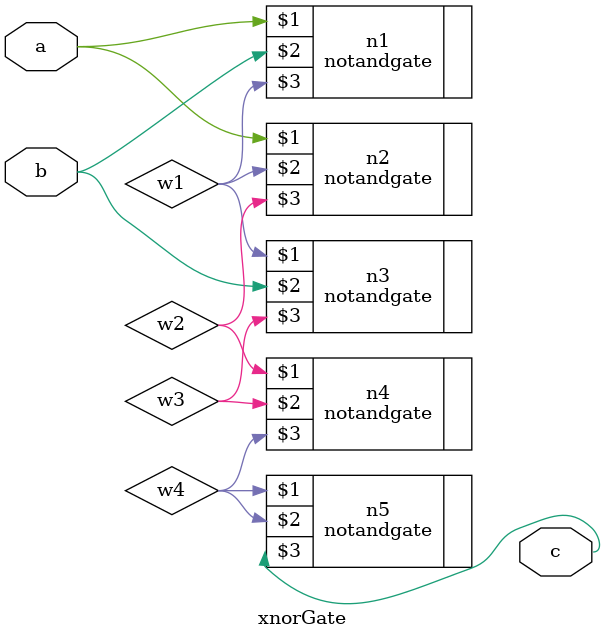
<source format=v>
`include "NotAndGate.v"

module xnorGate(a, b, c);
    input a, b;
    output c;

    wire w1, w2, w3, w4;

    notandgate n1(a, b, w1);
    notandgate n2(a, w1, w2);
    notandgate n3(w1, b, w3);
    notandgate n4(w2, w3, w4);
    notandgate n5(w4, w4, c);


endmodule
</source>
